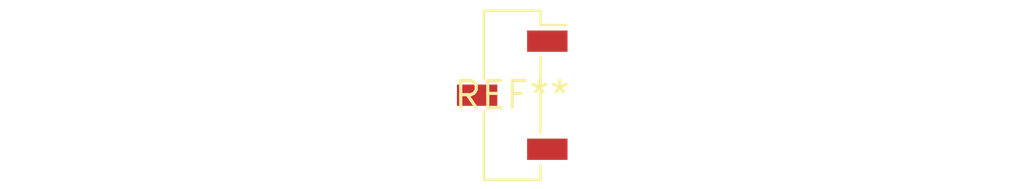
<source format=kicad_pcb>
(kicad_pcb (version 20240108) (generator pcbnew)
  (layers (0 "F.Cu" signal) (31 "B.Cu" signal) (34 "B.Paste" user) (35 "F.Paste" user) (36 "B.SilkS" user "B.Silkscreen") (37 "F.SilkS" user "F.Silkscreen") (38 "B.Mask" user) (39 "F.Mask" user) (44 "Edge.Cuts" user))
  (net 0 "")
  (footprint "PinSocket_1x03_P2.54mm_Vertical_SMD_Pin1Right" (layer "F.Cu") (at 0 0)
    (property "Reference" "REF**")
    (property "Value" "PinSocket_1x03_P2.54mm_Vertical_SMD_Pin1Right")
    (fp_line (start -1.33 -3.97) (end -1.33 -0.76) (layer "F.SilkS") (stroke (width 0.12)))
    (fp_line (start -1.33 -3.97) (end 1.33 -3.97) (layer "F.SilkS") (stroke (width 0.12)))
    (fp_line (start -1.33 0.76) (end -1.33 3.97) (layer "F.SilkS") (stroke (width 0.12)))
    (fp_line (start -1.33 3.97) (end 1.33 3.97) (layer "F.SilkS") (stroke (width 0.12)))
    (fp_line (start 1.33 -3.97) (end 1.33 -3.3) (layer "F.SilkS") (stroke (width 0.12)))
    (fp_line (start 1.33 -3.3) (end 2.54 -3.3) (layer "F.SilkS") (stroke (width 0.12)))
    (fp_line (start 1.33 -1.78) (end 1.33 1.78) (layer "F.SilkS") (stroke (width 0.12)))
    (fp_line (start 1.33 3.3) (end 1.33 3.97) (layer "F.SilkS") (stroke (width 0.12)))
    (pad "1" smd rect (at 1.65 -2.54) (size 1.9 1) (layers "F.Cu" "F.Paste" "F.Mask"))
    (pad "2" smd rect (at -1.65 0) (size 1.9 1) (layers "F.Cu" "F.Paste" "F.Mask"))
    (pad "3" smd rect (at 1.65 2.54) (size 1.9 1) (layers "F.Cu" "F.Paste" "F.Mask"))
  )
)
</source>
